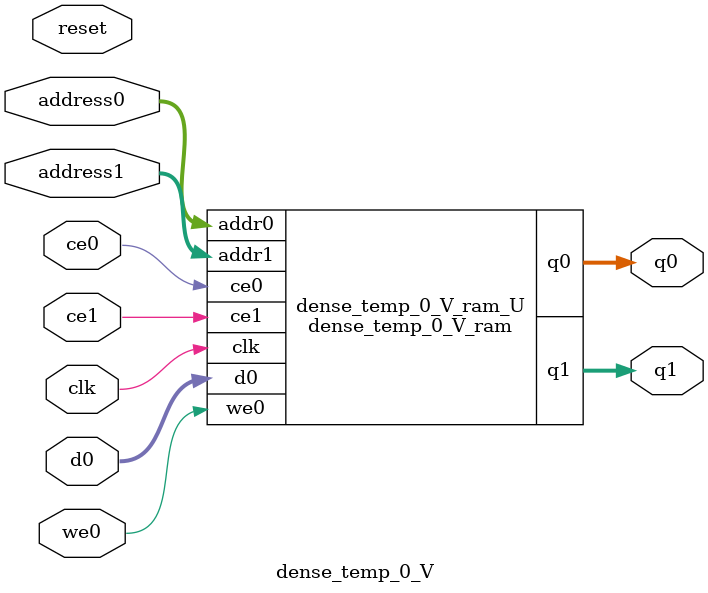
<source format=v>
`timescale 1 ns / 1 ps
module dense_temp_0_V_ram (addr0, ce0, d0, we0, q0, addr1, ce1, q1,  clk);

parameter DWIDTH = 8;
parameter AWIDTH = 7;
parameter MEM_SIZE = 98;

input[AWIDTH-1:0] addr0;
input ce0;
input[DWIDTH-1:0] d0;
input we0;
output reg[DWIDTH-1:0] q0;
input[AWIDTH-1:0] addr1;
input ce1;
output reg[DWIDTH-1:0] q1;
input clk;

(* ram_style = "distributed" *)reg [DWIDTH-1:0] ram[0:MEM_SIZE-1];




always @(posedge clk)  
begin 
    if (ce0) begin
        if (we0) 
            ram[addr0] <= d0; 
        q0 <= ram[addr0];
    end
end


always @(posedge clk)  
begin 
    if (ce1) begin
        q1 <= ram[addr1];
    end
end


endmodule

`timescale 1 ns / 1 ps
module dense_temp_0_V(
    reset,
    clk,
    address0,
    ce0,
    we0,
    d0,
    q0,
    address1,
    ce1,
    q1);

parameter DataWidth = 32'd8;
parameter AddressRange = 32'd98;
parameter AddressWidth = 32'd7;
input reset;
input clk;
input[AddressWidth - 1:0] address0;
input ce0;
input we0;
input[DataWidth - 1:0] d0;
output[DataWidth - 1:0] q0;
input[AddressWidth - 1:0] address1;
input ce1;
output[DataWidth - 1:0] q1;



dense_temp_0_V_ram dense_temp_0_V_ram_U(
    .clk( clk ),
    .addr0( address0 ),
    .ce0( ce0 ),
    .we0( we0 ),
    .d0( d0 ),
    .q0( q0 ),
    .addr1( address1 ),
    .ce1( ce1 ),
    .q1( q1 ));

endmodule


</source>
